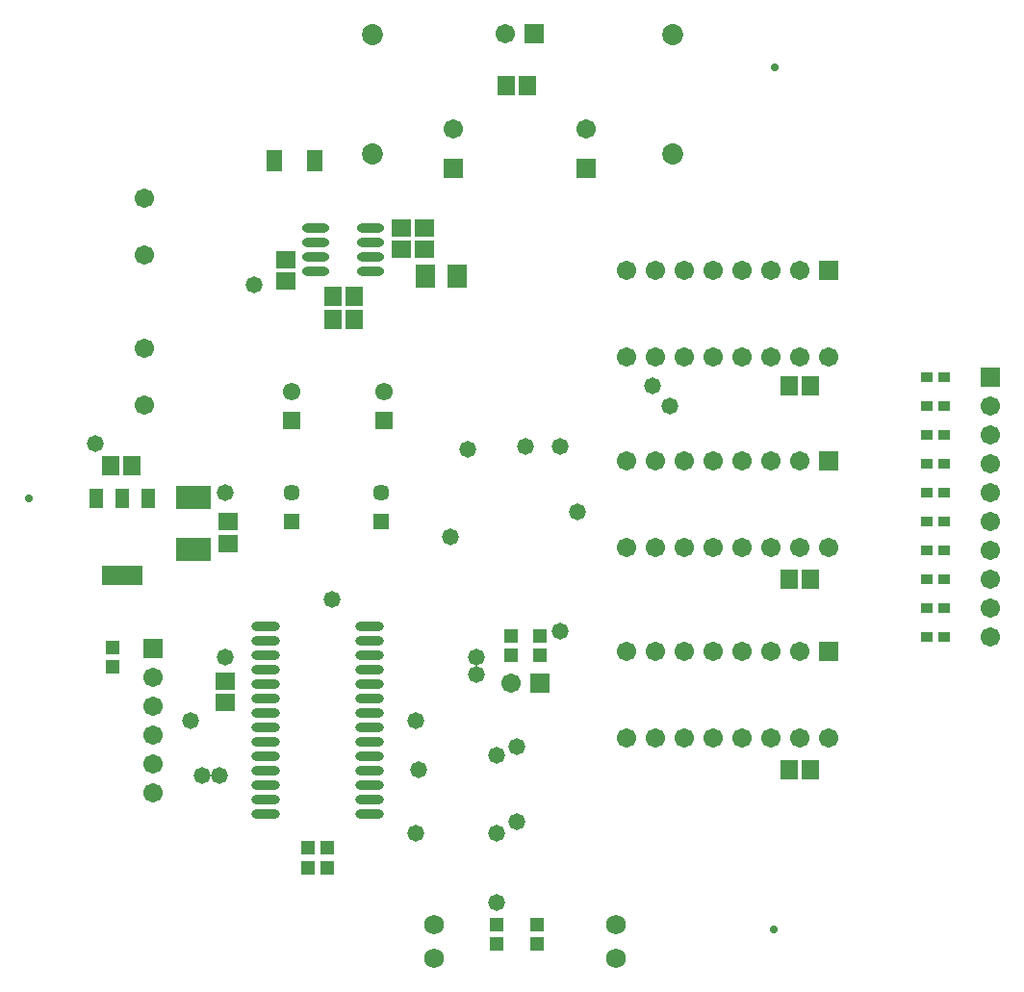
<source format=gts>
%FSDAX23Y23*%
%MOIN*%
%SFA1B1*%

%IPPOS*%
%ADD47R,0.047400X0.051300*%
%ADD48R,0.067100X0.059200*%
%ADD49R,0.059200X0.067100*%
%ADD50R,0.051300X0.047400*%
%ADD51O,0.098600X0.031600*%
%ADD52R,0.057200X0.074900*%
%ADD53O,0.094600X0.031600*%
%ADD54R,0.071000X0.078900*%
%ADD55R,0.143800X0.069000*%
%ADD56R,0.051300X0.069000*%
%ADD57R,0.051300X0.069000*%
%ADD58R,0.122200X0.080800*%
%ADD59R,0.041500X0.035600*%
%ADD60C,0.068000*%
%ADD61C,0.067100*%
%ADD62R,0.067100X0.067100*%
%ADD63C,0.028600*%
%ADD64R,0.067100X0.067100*%
%ADD65C,0.067100*%
%ADD66R,0.067100X0.067100*%
%ADD67R,0.061100X0.061100*%
%ADD68C,0.061100*%
%ADD69C,0.057200*%
%ADD70R,0.057200X0.057200*%
%ADD71C,0.073000*%
%ADD72C,0.058000*%
%LNde-160516-1*%
%LPD*%
G54D47*
X03490Y01786D03*
Y01853D03*
X02160Y02746D03*
Y02813D03*
X03640Y02786D03*
Y02853D03*
X03540Y02786D03*
Y02853D03*
X03630Y01786D03*
Y01853D03*
G54D48*
X02560Y03249D03*
Y03174D03*
X02550Y02697D03*
Y02622D03*
X02760Y04082D03*
Y04157D03*
X03160Y04192D03*
Y04267D03*
X03240Y04192D03*
Y04267D03*
G54D49*
X04577Y02390D03*
X04502D03*
X02227Y03442D03*
X02152D03*
X02997Y03950D03*
X02922D03*
Y04030D03*
X02997D03*
X03522Y04760D03*
X03597D03*
X04577Y03050D03*
X04502D03*
X04577Y03720D03*
X04502D03*
G54D50*
X02836Y02120D03*
X02903D03*
X02836Y02050D03*
X02903D03*
G54D51*
X03049Y02235D03*
Y02285D03*
Y02335D03*
Y02385D03*
Y02435D03*
Y02485D03*
Y02535D03*
Y02585D03*
Y02635D03*
Y02685D03*
Y02735D03*
Y02785D03*
Y02835D03*
Y02885D03*
X02690Y02235D03*
Y02285D03*
Y02335D03*
Y02385D03*
Y02435D03*
Y02485D03*
Y02535D03*
Y02585D03*
Y02635D03*
Y02685D03*
Y02735D03*
Y02785D03*
Y02835D03*
Y02885D03*
G54D52*
X02859Y04500D03*
X02720D03*
G54D53*
X02865Y04265D03*
Y04215D03*
Y04165D03*
Y04115D03*
X03054Y04265D03*
Y04215D03*
Y04165D03*
Y04115D03*
G54D54*
X03355Y04100D03*
X03244D03*
G54D55*
X02195Y03064D03*
G54D56*
X02104Y03330D03*
X02195D03*
G54D57*
X02285Y03330D03*
G54D58*
X02440Y03151D03*
Y03332D03*
G54D59*
X05040Y03750D03*
X04979D03*
X05040Y03650D03*
X04979D03*
X05040Y03550D03*
X04979D03*
X05040Y03450D03*
X04979D03*
X05040Y03350D03*
X04979D03*
X05040Y03250D03*
X04979D03*
X05040Y03150D03*
X04979D03*
X05040Y03050D03*
X04979D03*
X05040Y02950D03*
X04979D03*
X05040Y02850D03*
X04979D03*
G54D60*
X03905Y01853D03*
Y01735D03*
X03275Y01853D03*
Y01735D03*
G54D61*
X03540Y02690D03*
X02300Y02310D03*
Y02410D03*
Y02510D03*
Y02610D03*
Y02710D03*
X05200Y03650D03*
Y03450D03*
Y03350D03*
Y03250D03*
Y03150D03*
Y03050D03*
Y02950D03*
Y02850D03*
Y03550D03*
X03340Y04608D03*
X03520Y04940D03*
X02270Y03848D03*
Y03651D03*
Y04368D03*
Y04171D03*
X03800Y04608D03*
G54D62*
X03640Y02690D03*
X03620Y04940D03*
G54D63*
X04452Y04822D03*
X04450Y01835D03*
X01869Y03330D03*
G54D64*
X04640Y02800D03*
Y03460D03*
Y04120D03*
G54D65*
X04540Y02800D03*
X04440D03*
X04340D03*
X04240D03*
X04140D03*
X04040D03*
X03940D03*
X04640Y02500D03*
X04540D03*
X04440D03*
X04340D03*
X04240D03*
X04140D03*
X04040D03*
X03940D03*
X04540Y03460D03*
X04440D03*
X04340D03*
X04240D03*
X04140D03*
X04040D03*
X03940D03*
X04640Y03160D03*
X04540D03*
X04440D03*
X04340D03*
X04240D03*
X04140D03*
X04040D03*
X03940D03*
X04540Y04120D03*
X04440D03*
X04340D03*
X04240D03*
X04140D03*
X04040D03*
X03940D03*
X04640Y03820D03*
X04540D03*
X04440D03*
X04340D03*
X04240D03*
X04140D03*
X04040D03*
X03940D03*
G54D66*
X02300Y02810D03*
X05200Y03750D03*
X03340Y04471D03*
X03800D03*
G54D67*
X03100Y03600D03*
X02780D03*
G54D68*
X03100Y03699D03*
X02780D03*
G54D69*
X02780Y03349D03*
X03090D03*
G54D70*
X02780Y03250D03*
X03090D03*
G54D71*
X03060Y04937D03*
Y04522D03*
X04100Y04937D03*
Y04522D03*
G54D72*
X02920Y02980D03*
X02650Y04070D03*
X02100Y03520D03*
X03710Y02870D03*
X03210Y02560D03*
X03220Y02390D03*
X02550Y02780D03*
Y03350D03*
X04090Y03650D03*
X04030Y03720D03*
X03390Y03500D03*
X03330Y03197D03*
X02430Y02560D03*
X02470Y02370D03*
X02530D03*
X03560Y02470D03*
X03490Y02440D03*
X03770Y03283D03*
X03490Y01930D03*
X03560Y02210D03*
X03490Y02170D03*
X03210D03*
X03420Y02720D03*
Y02780D03*
X03710Y03510D03*
X03590D03*
M02*
</source>
